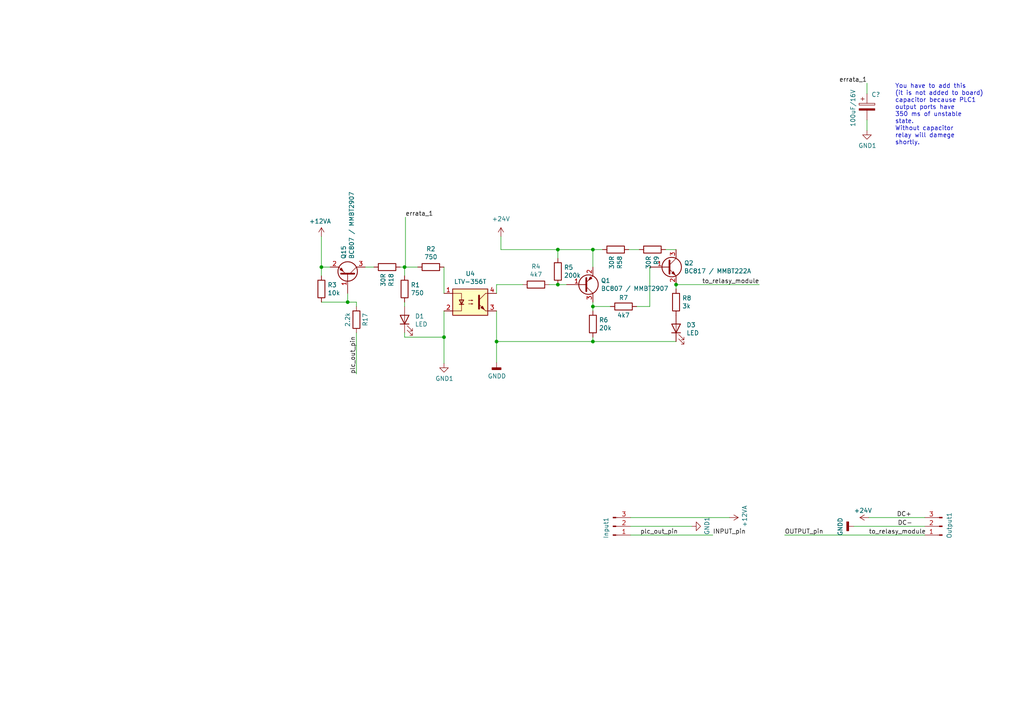
<source format=kicad_sch>
(kicad_sch (version 20211123) (generator eeschema)
  (paper "A4")
  (lib_symbols
    (symbol "Connector:Conn_01x03_Male" (pin_names (offset 1.016) hide)
      (property "Reference" "J" (at 0 5.08 0))
      (property "Value" "Conn_01x03_Male" (at 0 -5.08 0))
      (symbol "Conn_01x03_Male_1_1"
        (polyline (pts (xy 1.27 -2.54) (xy 0.8636 -2.54)) (stroke (width 0.1524)))
        (polyline (pts (xy 1.27 0) (xy 0.8636 0)) (stroke (width 0.1524)))
        (polyline (pts (xy 1.27 2.54) (xy 0.8636 2.54)) (stroke (width 0.1524)))
        (rectangle (start 0.8636 -2.413) (end 0 -2.667) (stroke (width 0.1524)) (fill (type outline)))
        (rectangle (start 0.8636 0.127) (end 0 -0.127) (stroke (width 0.1524)) (fill (type outline)))
        (rectangle (start 0.8636 2.667) (end 0 2.413) (stroke (width 0.1524)) (fill (type outline)))
        (pin passive line (at 5.08 2.54 180) (length 3.81) (name "Pin_1") (number "1"))
        (pin passive line (at 5.08 0 180) (length 3.81) (name "Pin_2") (number "2"))
        (pin passive line (at 5.08 -2.54 180) (length 3.81) (name "Pin_3") (number "3"))
      )
    )
    (symbol "Device:C_Polarized" (pin_numbers hide) (pin_names (offset 0.254))
      (property "Reference" "C" (at 0.635 2.54 0))
      (property "Value" "C_Polarized" (at 0.635 -2.54 0))
      (symbol "C_Polarized_0_1"
        (rectangle (start -2.286 0.508) (end 2.286 1.016))
        (polyline (pts (xy -1.778 2.286) (xy -0.762 2.286)))
        (polyline (pts (xy -1.27 2.794) (xy -1.27 1.778)))
        (rectangle (start 2.286 -0.508) (end -2.286 -1.016) (fill (type outline)))
      )
      (symbol "C_Polarized_1_1"
        (pin passive line (at 0 3.81 270) (length 2.794) (name "~") (number "1"))
        (pin passive line (at 0 -3.81 90) (length 2.794) (name "~") (number "2"))
      )
    )
    (symbol "Device:LED" (pin_numbers hide) (pin_names (offset 1.016) hide)
      (property "Reference" "D" (at 0 2.54 0))
      (property "Value" "LED" (at 0 -2.54 0))
      (symbol "LED_0_1"
        (polyline (pts (xy -1.27 -1.27) (xy -1.27 1.27)) (stroke (width 0.254)))
        (polyline (pts (xy -1.27 0) (xy 1.27 0)))
        (polyline (pts (xy 1.27 -1.27) (xy 1.27 1.27) (xy -1.27 0) (xy 1.27 -1.27)) (stroke (width 0.254)))
        (polyline (pts (xy -3.048 -0.762) (xy -4.572 -2.286) (xy -3.81 -2.286) (xy -4.572 -2.286) (xy -4.572 -1.524)))
        (polyline (pts (xy -1.778 -0.762) (xy -3.302 -2.286) (xy -2.54 -2.286) (xy -3.302 -2.286) (xy -3.302 -1.524)))
      )
      (symbol "LED_1_1"
        (pin passive line (at -3.81 0 0) (length 2.54) (name "K") (number "1"))
        (pin passive line (at 3.81 0 180) (length 2.54) (name "A") (number "2"))
      )
    )
    (symbol "Device:R" (pin_numbers hide) (pin_names (offset 0))
      (property "Reference" "R" (at 2.032 0 90))
      (property "Value" "R" (at 0 0 90))
      (symbol "R_0_1"
        (rectangle (start -1.016 -2.54) (end 1.016 2.54) (stroke (width 0.254)))
      )
      (symbol "R_1_1"
        (pin passive line (at 0 3.81 270) (length 1.27) (name "~") (number "1"))
        (pin passive line (at 0 -3.81 90) (length 1.27) (name "~") (number "2"))
      )
    )
    (symbol "Isolator:LTV-356T" (pin_names (offset 1.016))
      (property "Reference" "U" (at -5.334 4.826 0))
      (property "Value" "LTV-356T" (at 0 5.08 0))
      (symbol "LTV-356T_0_1"
        (rectangle (start -5.08 3.81) (end 5.08 -3.81) (stroke (width 0.254)) (fill (type background)))
        (polyline (pts (xy -3.175 -0.635) (xy -1.905 -0.635)) (stroke (width 0.254)))
        (polyline (pts (xy 2.54 0.635) (xy 4.445 2.54)))
        (polyline (pts (xy 4.445 -2.54) (xy 2.54 -0.635)) (fill (type outline)))
        (polyline (pts (xy 4.445 -2.54) (xy 5.08 -2.54)))
        (polyline (pts (xy 4.445 2.54) (xy 5.08 2.54)))
        (polyline (pts (xy -5.08 2.54) (xy -2.54 2.54) (xy -2.54 -0.762)))
        (polyline (pts (xy -2.54 -0.635) (xy -2.54 -2.54) (xy -5.08 -2.54)))
        (polyline (pts (xy 2.54 1.905) (xy 2.54 -1.905) (xy 2.54 -1.905)) (stroke (width 0.508)))
        (polyline (pts (xy -2.54 -0.635) (xy -3.175 0.635) (xy -1.905 0.635) (xy -2.54 -0.635)) (stroke (width 0.254)))
        (polyline (pts (xy -0.508 -0.508) (xy 0.762 -0.508) (xy 0.381 -0.635) (xy 0.381 -0.381) (xy 0.762 -0.508)))
        (polyline (pts (xy -0.508 0.508) (xy 0.762 0.508) (xy 0.381 0.381) (xy 0.381 0.635) (xy 0.762 0.508)))
        (polyline (pts (xy 3.048 -1.651) (xy 3.556 -1.143) (xy 4.064 -2.159) (xy 3.048 -1.651) (xy 3.048 -1.651)) (fill (type outline)))
      )
      (symbol "LTV-356T_1_1"
        (pin passive line (at -7.62 2.54 0) (length 2.54) (name "~") (number "1"))
        (pin passive line (at -7.62 -2.54 0) (length 2.54) (name "~") (number "2"))
        (pin passive line (at 7.62 -2.54 180) (length 2.54) (name "~") (number "3"))
        (pin passive line (at 7.62 2.54 180) (length 2.54) (name "~") (number "4"))
      )
    )
    (symbol "Transistor_BJT:BC807" (pin_names (offset 0) hide)
      (property "Reference" "Q" (at 5.08 1.905 0))
      (property "Value" "BC807" (at 5.08 0 0))
      (symbol "BC807_0_1"
        (polyline (pts (xy 0.635 0.635) (xy 2.54 2.54)))
        (polyline (pts (xy 0.635 -0.635) (xy 2.54 -2.54) (xy 2.54 -2.54)))
        (polyline (pts (xy 0.635 1.905) (xy 0.635 -1.905) (xy 0.635 -1.905)) (stroke (width 0.508)))
        (polyline (pts (xy 2.286 -1.778) (xy 1.778 -2.286) (xy 1.27 -1.27) (xy 2.286 -1.778) (xy 2.286 -1.778)) (fill (type outline)))
        (circle (center 1.27 0) (radius 2.8194) (stroke (width 0.254)))
      )
      (symbol "BC807_1_1"
        (pin input line (at -5.08 0 0) (length 5.715) (name "B") (number "1"))
        (pin passive line (at 2.54 -5.08 90) (length 2.54) (name "E") (number "2"))
        (pin passive line (at 2.54 5.08 270) (length 2.54) (name "C") (number "3"))
      )
    )
    (symbol "Transistor_BJT:BC817" (pin_names (offset 0) hide)
      (property "Reference" "Q" (at 5.08 1.905 0))
      (property "Value" "BC817" (at 5.08 0 0))
      (symbol "BC817_0_1"
        (polyline (pts (xy 0.635 0.635) (xy 2.54 2.54)))
        (polyline (pts (xy 0.635 -0.635) (xy 2.54 -2.54) (xy 2.54 -2.54)))
        (polyline (pts (xy 0.635 1.905) (xy 0.635 -1.905) (xy 0.635 -1.905)) (stroke (width 0.508)))
        (polyline (pts (xy 1.27 -1.778) (xy 1.778 -1.27) (xy 2.286 -2.286) (xy 1.27 -1.778) (xy 1.27 -1.778)) (fill (type outline)))
        (circle (center 1.27 0) (radius 2.8194) (stroke (width 0.254)))
      )
      (symbol "BC817_1_1"
        (pin input line (at -5.08 0 0) (length 5.715) (name "B") (number "1"))
        (pin passive line (at 2.54 -5.08 90) (length 2.54) (name "E") (number "2"))
        (pin passive line (at 2.54 5.08 270) (length 2.54) (name "C") (number "3"))
      )
    )
    (symbol "power:+12VA" (power) (pin_names (offset 0))
      (property "Value" "+12VA" (at 0 3.556 0))
      (symbol "+12VA_0_1"
        (polyline (pts (xy -0.762 1.27) (xy 0 2.54)))
        (polyline (pts (xy 0 0) (xy 0 2.54)))
        (polyline (pts (xy 0 2.54) (xy 0.762 1.27)))
      )
      (symbol "+12VA_1_1"
        (pin power_in line (at 0 0 90) (length 0) hide (name "+12VA") (number "1"))
      )
    )
    (symbol "power:+24V" (power) (pin_names (offset 0))
      (property "Value" "+24V" (at 0 3.556 0))
      (symbol "+24V_0_1"
        (polyline (pts (xy -0.762 1.27) (xy 0 2.54)))
        (polyline (pts (xy 0 0) (xy 0 2.54)))
        (polyline (pts (xy 0 2.54) (xy 0.762 1.27)))
      )
      (symbol "+24V_1_1"
        (pin power_in line (at 0 0 90) (length 0) hide (name "+24V") (number "1"))
      )
    )
    (symbol "power:GND1" (power) (pin_names (offset 0))
      (property "Value" "GND1" (at 0 -3.81 0))
      (symbol "GND1_0_1"
        (polyline (pts (xy 0 0) (xy 0 -1.27) (xy 1.27 -1.27) (xy 0 -2.54) (xy -1.27 -1.27) (xy 0 -1.27)))
      )
      (symbol "GND1_1_1"
        (pin power_in line (at 0 0 270) (length 0) hide (name "GND1") (number "1"))
      )
    )
    (symbol "power:GNDD" (power) (pin_names (offset 0))
      (property "Value" "GNDD" (at 0 -3.175 0))
      (symbol "GNDD_0_1"
        (rectangle (start -1.27 -1.524) (end 1.27 -2.032) (stroke (width 0.254)) (fill (type outline)))
        (polyline (pts (xy 0 0) (xy 0 -1.524)))
      )
      (symbol "GNDD_1_1"
        (pin power_in line (at 0 0 270) (length 0) hide (name "GNDD") (number "1"))
      )
    )
  )
  (junction (at 161.798 72.39))
  (junction (at 100.838 87.63))
  (junction (at 117.348 77.47))
  (junction (at 196.088 82.55))
  (junction (at 171.958 88.9))
  (junction (at 171.958 99.06))
  (junction (at 93.218 77.47))
  (junction (at 144.018 99.06))
  (junction (at 128.778 97.79))
  (junction (at 161.798 82.55))
  (junction (at 171.958 72.39))
  (wire (pts (xy 117.348 97.79) (xy 128.778 97.79)))
  (wire (pts (xy 161.798 74.93) (xy 161.798 72.39)))
  (wire (pts (xy 93.218 87.63) (xy 100.838 87.63)))
  (wire (pts (xy 174.752 72.39) (xy 171.958 72.39)))
  (wire (pts (xy 144.018 90.17) (xy 144.018 99.06)))
  (wire (pts (xy 103.378 88.9) (xy 103.378 87.63)))
  (wire (pts (xy 144.018 82.55) (xy 144.018 85.09)))
  (wire (pts (xy 144.018 105.156) (xy 144.018 99.06)))
  (wire (pts (xy 105.918 77.47) (xy 108.458 77.47)))
  (wire (pts (xy 164.338 82.55) (xy 161.798 82.55)))
  (wire (pts (xy 144.018 99.06) (xy 171.958 99.06)))
  (wire (pts (xy 251.968 150.114) (xy 268.224 150.114)))
  (wire (pts (xy 117.348 88.9) (xy 117.348 87.63)))
  (wire (pts (xy 182.372 72.39) (xy 185.42 72.39)))
  (wire (pts (xy 184.658 88.9) (xy 188.468 88.9)))
  (wire (pts (xy 117.602 62.992) (xy 117.602 76.962)))
  (wire (pts (xy 100.838 87.63) (xy 103.378 87.63)))
  (wire (pts (xy 145.288 72.39) (xy 161.798 72.39)))
  (wire (pts (xy 196.088 82.55) (xy 220.218 82.55)))
  (wire (pts (xy 251.46 24.13) (xy 251.46 27.178)))
  (wire (pts (xy 182.88 155.194) (xy 206.756 155.194)))
  (wire (pts (xy 171.958 97.79) (xy 171.958 99.06)))
  (wire (pts (xy 171.958 72.39) (xy 171.958 77.47)))
  (wire (pts (xy 121.158 77.47) (xy 117.348 77.47)))
  (wire (pts (xy 161.798 82.55) (xy 159.258 82.55)))
  (wire (pts (xy 128.778 105.41) (xy 128.778 97.79)))
  (wire (pts (xy 144.018 82.55) (xy 151.638 82.55)))
  (wire (pts (xy 247.65 152.654) (xy 268.224 152.654)))
  (wire (pts (xy 93.218 80.01) (xy 93.218 77.47)))
  (wire (pts (xy 143.764 99.06) (xy 144.018 99.06)))
  (wire (pts (xy 128.778 90.17) (xy 128.778 97.79)))
  (wire (pts (xy 117.348 80.01) (xy 117.348 77.47)))
  (wire (pts (xy 93.218 68.58) (xy 93.218 77.47)))
  (wire (pts (xy 196.088 83.82) (xy 196.088 82.55)))
  (wire (pts (xy 196.088 99.06) (xy 171.958 99.06)))
  (wire (pts (xy 251.46 34.798) (xy 251.46 37.846)))
  (wire (pts (xy 103.378 96.52) (xy 103.378 108.458)))
  (wire (pts (xy 171.958 90.17) (xy 171.958 88.9)))
  (wire (pts (xy 128.778 77.47) (xy 128.778 85.09)))
  (wire (pts (xy 182.88 152.654) (xy 200.66 152.654)))
  (wire (pts (xy 117.348 96.52) (xy 117.348 97.79)))
  (wire (pts (xy 145.288 68.58) (xy 145.288 72.39)))
  (wire (pts (xy 171.958 88.9) (xy 171.958 87.63)))
  (wire (pts (xy 182.88 150.114) (xy 211.582 150.114)))
  (wire (pts (xy 161.798 72.39) (xy 171.958 72.39)))
  (wire (pts (xy 177.038 88.9) (xy 171.958 88.9)))
  (wire (pts (xy 116.078 77.47) (xy 117.348 77.47)))
  (wire (pts (xy 100.838 85.09) (xy 100.838 87.63)))
  (wire (pts (xy 193.04 72.39) (xy 196.088 72.39)))
  (wire (pts (xy 93.218 77.47) (xy 95.758 77.47)))
  (wire (pts (xy 188.468 88.9) (xy 188.468 77.47)))
  (wire (pts (xy 227.584 155.194) (xy 268.224 155.194)))
  (text "You have to add this\n(it is not added to board)\ncapacitor because PLC1\noutput ports have\n350 ms of unstable\nstate.\nWithout capacitor\nrelay will damege\nshortly." (at 259.588 42.164 0) (effects (font (size 1.27 1.27)) (justify left bottom)))
  (label "DC+" (at 260.096 150.114 0))
  (label "to_relasy_module" (at 251.968 155.194 0))
  (label "errata_1" (at 117.602 62.992 0))
  (label "OUTPUT_pin" (at 227.584 155.194 0))
  (label "DC-" (at 260.35 152.654 0))
  (label "to_relasy_module" (at 220.218 82.55 180))
  (label "errata_1" (at 251.46 24.13 180))
  (label "plc_out_pin" (at 103.378 108.458 90))
  (label "INPUT_pin" (at 206.756 155.194 0))
  (label "plc_out_pin" (at 185.674 155.194 0))
  (symbol (lib_id "Device:R") (at 124.968 77.47 270) (unit 1)
    (property "Reference" "R2" (at 124.968 72.2122 90))
    (property "Value" "750" (at 124.968 74.5236 90))
    (property "Footprint" "Resistor_SMD:R_0805_2012Metric" (effects hide))
  )
  (symbol (lib_id "Device:LED") (at 196.088 95.25 90) (unit 1)
    (property "Reference" "D3" (at 199.0852 94.2594 90) (effects (justify right)))
    (property "Value" "LED" (at 199.0852 96.5708 90) (effects (justify right)))
    (property "Footprint" "LED_SMD:LED_0603_1608Metric_Pad1.05x0.95mm_HandSolder" (effects hide))
  )
  (symbol (lib_id "Device:LED") (at 117.348 92.71 90) (unit 1)
    (property "Reference" "D1" (at 120.3452 91.7194 90) (effects (justify right)))
    (property "Value" "LED" (at 120.3452 94.0308 90) (effects (justify right)))
    (property "Footprint" "LED_SMD:LED_0603_1608Metric_Pad1.05x0.95mm_HandSolder" (effects hide))
  )
  (symbol (lib_id "Device:R") (at 117.348 83.82 180) (unit 1)
    (property "Reference" "R1" (at 119.126 82.6516 0) (effects (justify right)))
    (property "Value" "750" (at 119.126 84.963 0) (effects (justify right)))
    (property "Footprint" "Resistor_SMD:R_0805_2012Metric" (effects hide))
  )
  (symbol (lib_id "power:GND1") (at 128.778 105.41 0) (unit 1)
    (property "Reference" "#PWR0106" (effects hide))
    (property "Value" "GND1" (at 128.905 109.8042 0))
  )
  (symbol (lib_id "Device:R") (at 155.448 82.55 90) (unit 1)
    (property "Reference" "R4" (at 155.448 77.2922 90))
    (property "Value" "4k7" (at 155.448 79.6036 90))
    (property "Footprint" "Resistor_SMD:R_0805_2012Metric" (effects hide))
  )
  (symbol (lib_id "Device:R") (at 161.798 78.74 180) (unit 1)
    (property "Reference" "R5" (at 163.576 77.5716 0) (effects (justify right)))
    (property "Value" "200k" (at 163.576 79.883 0) (effects (justify right)))
    (property "Footprint" "Resistor_SMD:R_0805_2012Metric" (effects hide))
  )
  (symbol (lib_id "Device:R") (at 171.958 93.98 180) (unit 1)
    (property "Reference" "R6" (at 173.736 92.8116 0) (effects (justify right)))
    (property "Value" "20k" (at 173.736 95.123 0) (effects (justify right)))
    (property "Footprint" "Resistor_SMD:R_0805_2012Metric" (effects hide))
  )
  (symbol (lib_id "Device:R") (at 180.848 88.9 90) (unit 1)
    (property "Reference" "R7" (at 180.848 86.36 90))
    (property "Value" "4k7" (at 180.848 91.44 90))
    (property "Footprint" "Resistor_SMD:R_0805_2012Metric" (effects hide))
  )
  (symbol (lib_id "power:+12VA") (at 93.218 68.58 0) (mirror y) (unit 1)
    (property "Reference" "#PWR0102" (effects hide))
    (property "Value" "+12VA" (at 92.837 64.1858 0))
  )
  (symbol (lib_id "Device:R") (at 196.088 87.63 180) (unit 1)
    (property "Reference" "R8" (at 197.866 86.4616 0) (effects (justify right)))
    (property "Value" "3k" (at 197.866 88.773 0) (effects (justify right)))
    (property "Footprint" "Resistor_SMD:R_0805_2012Metric" (effects hide))
  )
  (symbol (lib_id "Transistor_BJT:BC807") (at 169.418 82.55 0) (mirror x) (unit 1)
    (property "Reference" "Q1" (at 174.2694 81.3816 0) (effects (justify left)))
    (property "Value" "BC807 / MMBT2907" (at 174.2694 83.693 0) (effects (justify left)))
    (property "Footprint" "Package_TO_SOT_SMD:SOT-23" (effects hide))
    (property "Datasheet" "https://www.onsemi.com/pub/Collateral/BC808-D.pdf" (effects hide))
  )
  (symbol (lib_id "Transistor_BJT:BC817") (at 193.548 77.47 0) (unit 1)
    (property "Reference" "Q2" (at 198.3994 76.3016 0) (effects (justify left)))
    (property "Value" "BC817 / MMBT222A" (at 198.3994 78.613 0) (effects (justify left)))
    (property "Footprint" "Package_TO_SOT_SMD:SOT-23" (effects hide))
    (property "Datasheet" "https://www.onsemi.com/pub/Collateral/BC818-D.pdf" (effects hide))
  )
  (symbol (lib_id "Isolator:LTV-356T") (at 136.398 87.63 0) (unit 1)
    (property "Reference" "U4" (at 136.398 79.375 0))
    (property "Value" "LTV-356T" (at 136.398 81.6864 0))
    (property "Footprint" "Package_SO:SO-4_4.4x3.6mm_P2.54mm" (effects hide))
    (property "Datasheet" "http://optoelectronics.liteon.com/upload/download/DS70-2001-010/S_110_LTV-356T%2020140520.pdf" (effects hide))
  )
  (symbol (lib_id "Connector:Conn_01x03_Male") (at 177.8 152.654 0) (mirror x) (unit 1)
    (property "Reference" "Input1" (at 175.768 156.21 90) (effects (justify right)))
    (property "Value" "Conn_01x03_Male" (effects hide))
    (property "Footprint" "Connector_Phoenix_MC:PhoenixContact_MCV_1,5_3-G-3.81_1x03_P3.81mm_Vertical" (effects hide))
  )
  (symbol (lib_id "Device:R") (at 178.562 72.39 90) (unit 1)
    (property "Reference" "R58" (at 179.7304 74.168 0) (effects (justify right)))
    (property "Value" "30R" (at 177.419 74.168 0) (effects (justify right)))
    (property "Footprint" "Resistor_SMD:R_0805_2012Metric" (effects hide))
  )
  (symbol (lib_id "power:GNDD") (at 144.018 105.156 0) (unit 1)
    (property "Reference" "#PWR0110" (effects hide))
    (property "Value" "GNDD" (at 144.1196 109.093 0))
  )
  (symbol (lib_id "Transistor_BJT:BC807") (at 100.838 80.01 270) (mirror x) (unit 1)
    (property "Reference" "Q15" (at 99.6696 75.1586 0) (effects (justify left)))
    (property "Value" "BC807 / MMBT2907" (at 101.981 75.1586 0) (effects (justify left)))
    (property "Footprint" "Package_TO_SOT_SMD:SOT-23" (effects hide))
    (property "Datasheet" "https://www.onsemi.com/pub/Collateral/BC808-D.pdf" (effects hide))
  )
  (symbol (lib_id "Device:R") (at 112.268 77.47 90) (unit 1)
    (property "Reference" "R18" (at 113.4364 79.248 0) (effects (justify right)))
    (property "Value" "30R" (at 111.125 79.248 0) (effects (justify right)))
    (property "Footprint" "Resistor_SMD:R_0805_2012Metric" (effects hide))
  )
  (symbol (lib_id "Device:R") (at 103.378 92.71 0) (unit 1)
    (property "Reference" "R17" (at 105.918 92.71 90))
    (property "Value" "2.2k" (at 100.838 92.71 90))
    (property "Footprint" "Resistor_SMD:R_0805_2012Metric" (effects hide))
  )
  (symbol (lib_id "Device:R") (at 93.218 83.82 180) (unit 1)
    (property "Reference" "R3" (at 94.996 82.6516 0) (effects (justify right)))
    (property "Value" "10k" (at 94.996 84.963 0) (effects (justify right)))
    (property "Footprint" "Resistor_SMD:R_0805_2012Metric" (effects hide))
  )
  (symbol (lib_id "power:GND1") (at 251.46 37.846 0) (unit 1)
    (property "Reference" "#PWR?" (effects hide))
    (property "Value" "GND1" (at 251.587 42.2402 0))
  )
  (symbol (lib_id "Device:R") (at 189.23 72.39 90) (unit 1)
    (property "Reference" "R9" (at 190.3984 74.168 0) (effects (justify right)))
    (property "Value" "30R" (at 188.087 74.168 0) (effects (justify right)))
    (property "Footprint" "Resistor_SMD:R_0805_2012Metric" (effects hide))
  )
  (symbol (lib_id "power:+12VA") (at 211.582 150.114 270) (mirror x) (unit 1)
    (property "Reference" "#PWR0101" (effects hide))
    (property "Value" "+12VA" (at 215.9762 149.733 0))
  )
  (symbol (lib_id "power:GNDD") (at 247.65 152.654 270) (unit 1)
    (property "Reference" "#PWR0105" (effects hide))
    (property "Value" "GNDD" (at 243.713 152.7556 0))
  )
  (symbol (lib_id "power:+24V") (at 145.288 68.58 0) (unit 1)
    (property "Reference" "#PWR0104" (effects hide))
    (property "Value" "+24V" (at 145.288 63.5 0))
  )
  (symbol (lib_id "power:+24V") (at 251.968 150.114 90) (unit 1)
    (property "Reference" "#PWR0107" (effects hide))
    (property "Value" "+24V" (at 247.65 148.082 90) (effects (justify right)))
  )
  (symbol (lib_id "power:GND1") (at 200.66 152.654 90) (unit 1)
    (property "Reference" "#PWR0103" (effects hide))
    (property "Value" "GND1" (at 205.0542 152.527 0))
  )
  (symbol (lib_id "Device:C_Polarized") (at 251.46 30.988 0) (unit 1)
    (property "Reference" "C?" (at 252.73 27.432 0) (effects (justify left)))
    (property "Value" "100uF/16V" (at 247.396 36.83 90) (effects (justify left)))
  )
  (symbol (lib_id "Connector:Conn_01x03_Male") (at 273.304 152.654 180) (unit 1)
    (property "Reference" "Output1" (at 275.336 156.21 90) (effects (justify right)))
    (property "Value" "Conn_01x03_Male" (effects hide))
    (property "Footprint" "Connector_Phoenix_MC:PhoenixContact_MCV_1,5_3-G-3.81_1x03_P3.81mm_Vertical" (effects hide))
  )
)
</source>
